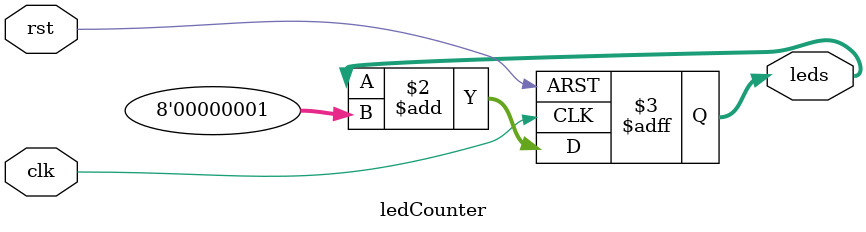
<source format=sv>
/*
 * CODER: Luis Fernando Rodriguez Gtz
 * DATE: 26/04/2025
 * PROJECT: clkDivider
 */
module ledCounter(
    input  logic clk,
    input  logic rst,
    output logic [7:0] leds
);

always_ff @(posedge clk or posedge rst) begin
    if (rst) begin
        leds <= 'd0;
    end else begin
        leds <= leds + 8'd1;
    end
end

endmodule
</source>
